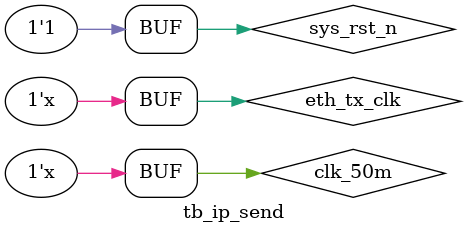
<source format=v>
`timescale  1ns/1ns

module  tb_ip_send();
//********************************************************************//
//****************** Parameter and Internal Signal *******************//
//********************************************************************//
//parameter define
//板卡MAC地址
parameter  BOARD_MAC = 48'h12_34_56_78_9A_BC;
//板卡IP地址
parameter  BOARD_IP  = {8'd169,8'd254,8'd1,8'd23};
//板卡端口号
parameter  BOARD_PORT   = 16'd1234;
//PC机MAC地址
parameter  DES_MAC   = 48'hff_ff_ff_ff_ff_ff;
//PC机IP地址
parameter  DES_IP    = {8'd169,8'd254,8'd191,8'd31};
//PC机端口号
parameter  DES_PORT   = 16'd1234;

//reg   define
reg             eth_tx_clk      ;   //PHY芯片发送数据时钟信号
reg             clk_50m         ;
reg             sys_rst_n       ;   //系统复位,低电平有效
wire             send_en         ;   //数据输入开始标志信号
wire     [31:0]  send_data       ;   //待发送数据
//reg     [31:0]  data_mem [2:0]  ;   //data_mem是一个存储器,相当于一个ram
//reg     [15:0]  cnt_data        ;   //待发送数据
reg     [15:0]  image_data      ;

//wire define
wire            send_end        ;   //单包数据发送完成标志信号
wire            read_data_req   ;   //读FIFO使能信号
wire            eth_tx_en       ;   //输出数据有效信号
wire    [3:0]   eth_tx_data     ;   //输出数据
wire            crc_en          ;   //CRC开始校验使能
wire            crc_clr         ;   //CRC复位信号
wire    [31:0]  crc_data        ;   //CRC校验数据
wire    [31:0]  crc_next        ;   //CRC下次校验完成数据
wire    [15:0]  send_data_num   ;

wire            rd_en           ;
//wire    [1:0]   data            ;

wire            crc_data_en ;
wire    [15:0]  crc_data_16 ;
wire            crc_clr_16  ;
wire    [15:0]  crc_next_16 ;
wire    [15:0]  crc_data_out;


//********************************************************************//
//***************************** Main Code ****************************//
//********************************************************************//
//时钟、复位信号
initial
  begin
    eth_tx_clk  =   1'b1    ;
    clk_50m     =   1'b1    ;
    sys_rst_n   <=  1'b0    ;
    //send_en     <=  1'b0    ;
    #200
    sys_rst_n   <=  1'b1    ;
    //#100
    //send_en     <=  1'b1    ;
    //#50
    //send_en     <=  1'b0    ;
  end

always  #20 eth_tx_clk = ~eth_tx_clk;
always  #10 clk_50m = ~clk_50m;

/* always @(posedge eth_tx_clk or negedge sys_rst_n)
    if(sys_rst_n == 1'b0)
        begin
            data_mem[0] <=  32'h00_00_00_00;
            data_mem[1] <=  32'h00_00_00_00;
            data_mem[2] <=  32'h00_00_00_00;
        end
    else
        begin
            data_mem[0] <=  32'h68_74_74_70;
            data_mem[1] <=  32'h3a_2f_2f_77;
            data_mem[2] <=  32'h77_77_00_00;
        end */

/* //cnt_data:数据包字节计数器
always@(posedge eth_tx_clk or negedge sys_rst_n)
    if(sys_rst_n == 1'b0)
        cnt_data    <=  8'd0;
    else    if(read_data_req == 1'b1)
        cnt_data    <=  cnt_data + 1'b1;
    else
        cnt_data    <=  cnt_data;

//send_data:PHY芯片输入数据
always @(posedge eth_tx_clk or negedge sys_rst_n)
    if(sys_rst_n == 1'b0)
        send_data   <=  32'h0;
    else    if(read_data_req == 1'b1)
        send_data   <=  data_mem[cnt_data]; */

//********************************************************************//
//*************************** Instantiation **************************//
//********************************************************************//
//------------ ip_send_inst -------------
ip_send
#(
    .BOARD_MAC      (BOARD_MAC      ),  //板卡MAC地址
    .BOARD_IP       (BOARD_IP       ),  //板卡IP地址
    .BOARD_PORT     (BOARD_PORT     ),  //板卡端口号
    .DES_MAC        (DES_MAC        ),  //PC机MAC地址
    .DES_IP         (DES_IP         ),  //PC机IP地址
    .DES_PORT       (DES_PORT       )   //PC机端口号
)
ip_send_inst
(
    .sys_clk        (eth_tx_clk     ),  //时钟信号
    .sys_rst_n      (sys_rst_n      ),  //复位信号,低电平有效
    .send_en        (send_en        ),  //数据发送开始信号
    .send_data      (send_data      ),  //发送数据
    .send_data_num  (send_data_num  ),  //发送数据有效字节数
    .crc_data       (crc_data       ),  //CRC校验数据
    .crc_next       (crc_next[31:28]),  //CRC下次校验完成数据

    .send_end       (send_end       ),  //单包数据发送完成标志信号
    .read_data_req  (read_data_req  ),  //读FIFO使能信号
    .eth_tx_en      (eth_tx_en      ),  //输出数据有效信号
    .eth_tx_data    (eth_tx_data    ),  //输出数据
    .crc_en         (crc_en         ),  //CRC开始校验使能
    .crc_clr        (crc_clr        )   //crc复位信号
);

//------------ crc32_d4_inst -------------
crc32_d4    crc32_d4_inst
(
    .sys_clk        (eth_tx_clk     ),  //时钟信号
    .sys_rst_n      (sys_rst_n      ),  //复位信号,低电平有效
    .data           (eth_tx_data    ),  //待校验数据
    .crc_en         (crc_en         ),  //crc使能,校验开始标志
    .crc_clr        (crc_clr        ),  //crc数据复位信号

    .crc_data       (crc_data       ),  //CRC校验数据
    .crc_next       (crc_next       )   //CRC下次校验完成数据
);

/* image_format    image_format_inst
(
    .sys_clk         (eth_tx_clk     ),
    .sys_rst_n       (sys_rst_n      ),
    .eth_tx_req      (read_data_req  ),
    .eth_tx_done     (send_end       ),

    .eth_tx_start    (send_en        ),   //以太网发送数据开始信号
    .eth_tx_data     (send_data      ),   //以太网发送数据
    .eth_tx_end      (               ),
    .eth_tx_data_num (send_data_num  )    //以太网单包数据有效字节数
); */

always@(posedge eth_tx_clk or negedge sys_rst_n)
    if(sys_rst_n == 1'b0)
        image_data  <=  16'h0;
    else    if(crc_clr_16 == 1'b1)
        image_data  <=  16'h0;
    else    if(rd_en == 1'b1)
        image_data  <=  image_data + 3'd6;
    else
        image_data  <=  image_data;


/* image_data
#(
    .H_PIXEL                (640         ),   //图像水平方向像素个数
    .V_PIXEL                (480         )     //图像竖直方向像素个数
)
image_data_inst
(
    .sys_clk                (eth_tx_clk              ),   //系统时钟,频率25MHz
    .sys_rst_n              (sys_rst_n),   //复位信号,低电平有效
    .image_data             (image_data),   //自SDRAM中读取的16位图像数据
    .eth_tx_req             (read_data_req           ),   //以太网发送数据请求信号
    .eth_tx_done            (send_end          ),   //以太网发送数据完成信号
                            
    .data_rd_req            (rd_en                ),   //图像数据请求信号
    .eth_tx_start           (send_en          ),   //以太网发送数据开始信号
    .eth_tx_data            (send_data              ),   //以太网发送数据
    .eth_tx_data_num        (send_data_num          )    //以太网单包数据有效字节数
); */



/* image_data_old
#(
    .H_PIXEL                (640         ),   //图像水平方向像素个数
    .V_PIXEL                (480         )     //图像竖直方向像素个数
)
image_data_inst_old
(
    .sys_clk                (eth_tx_clk              ),   //系统时钟,频率25MHz
    .sys_rst_n              (sys_rst_n),   //复位信号,低电平有效
    .image_data             (image_data),   //自SDRAM中读取的16位图像数据
    .eth_tx_req             (read_data_req           ),   //以太网发送数据请求信号
    .eth_tx_done            (send_end          ),   //以太网发送数据完成信号
                            
    .data_rd_req            (rd_en                ),   //图像数据请求信号
    .eth_tx_start           (send_en          ),   //以太网发送数据开始信号
    .eth_tx_data            (send_data              ),   //以太网发送数据
    .eth_tx_data_num        (send_data_num         )    //以太网单包数据有效字节数
); */

image_data_test
#(
    .H_PIXEL                (10         ),   //图像水平方向像素个数
    .V_PIXEL                (10         )     //图像竖直方向像素个数
)
image_data_test_inst
(
    .sys_clk                (eth_tx_clk              ),   //系统时钟,频率25MHz
    .sys_rst_n              (sys_rst_n),   //复位信号,低电平有效
    .image_data             (image_data),   //自SDRAM中读取的16位图像数据
    .eth_tx_req             (read_data_req           ),   //以太网发送数据请求信号
    .eth_tx_done            (send_end          ),   //以太网发送数据完成信号
    .crc_data_end           (crc_data_out),

    .crc_data_en            (crc_data_en),
    .crc_data               (crc_data_16),
    .crc_clr                (crc_clr_16),
    .data_rd_req            (rd_en                ),   //图像数据请求信号
    .eth_tx_start           (send_en          ),   //以太网发送数据开始信号
    .eth_tx_data            (send_data              ),   //以太网发送数据
    .eth_tx_data_num        (send_data_num         )    //以太网单包数据有效字节数
);

CRC16_D16    CRC16_D16_inst
(
    .sys_clk        (eth_tx_clk        ),  //时钟信号
    .sys_rst_n      (sys_rst_n      ),  //复位信号,低电平有效
    .data           (crc_data_16           ),  //待校验数据
    .crc_en         (crc_data_en         ),  //crc使能,校验开始标志
    .crc_clr        (crc_clr_16        ),  //crc数据复位信号

    .crc_data_out   (crc_data_out   ), //CRC校验数据
    .crc_next       (crc_next_16       )   //CRC下次校验完成数据
);


endmodule

</source>
